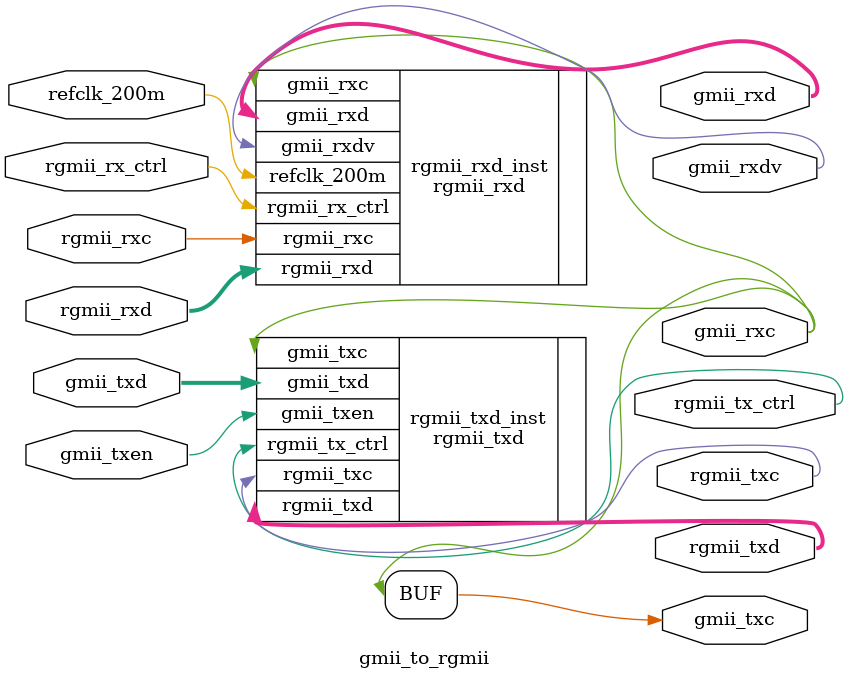
<source format=sv>
`ifndef GMII_TO_RGMII
`define GMII_TO_RGMII

`include "rgmii_rxd.sv"
`include "rgmii_txd.sv"

module gmii_to_rgmii (
    input  logic       refclk_200m,
    // GMII
    output logic       gmii_rxc,
    output logic       gmii_rxdv,
    output logic [7:0] gmii_rxd,
    output logic       gmii_txc,
    input  logic       gmii_txen,
    input  logic [7:0] gmii_txd,
    // RGMII
    input  logic       rgmii_rxc,
    input  logic       rgmii_rx_ctrl,
    input  logic [3:0] rgmii_rxd,
    output logic       rgmii_txc,
    output logic       rgmii_tx_ctrl,
    output logic [3:0] rgmii_txd
);

  assign gmii_txc = gmii_rxc;

  // RGMII RX DATA
  rgmii_rxd rgmii_rxd_inst (
      .refclk_200m  (refclk_200m),
      .gmii_rxc     (gmii_rxc),
      .rgmii_rxc    (rgmii_rxc),
      .rgmii_rx_ctrl(rgmii_rx_ctrl),
      .rgmii_rxd    (rgmii_rxd),
      .gmii_rxdv    (gmii_rxdv),
      .gmii_rxd     (gmii_rxd)
  );

  // RGMII TX DATA
  rgmii_txd rgmii_txd_inst (
      .gmii_txc     (gmii_txc),
      .gmii_txen    (gmii_txen),
      .gmii_txd     (gmii_txd),
      .rgmii_txc    (rgmii_txc),
      .rgmii_tx_ctrl(rgmii_tx_ctrl),
      .rgmii_txd    (rgmii_txd)
  );

endmodule

`endif  // GMII_TO_RGMII

</source>
